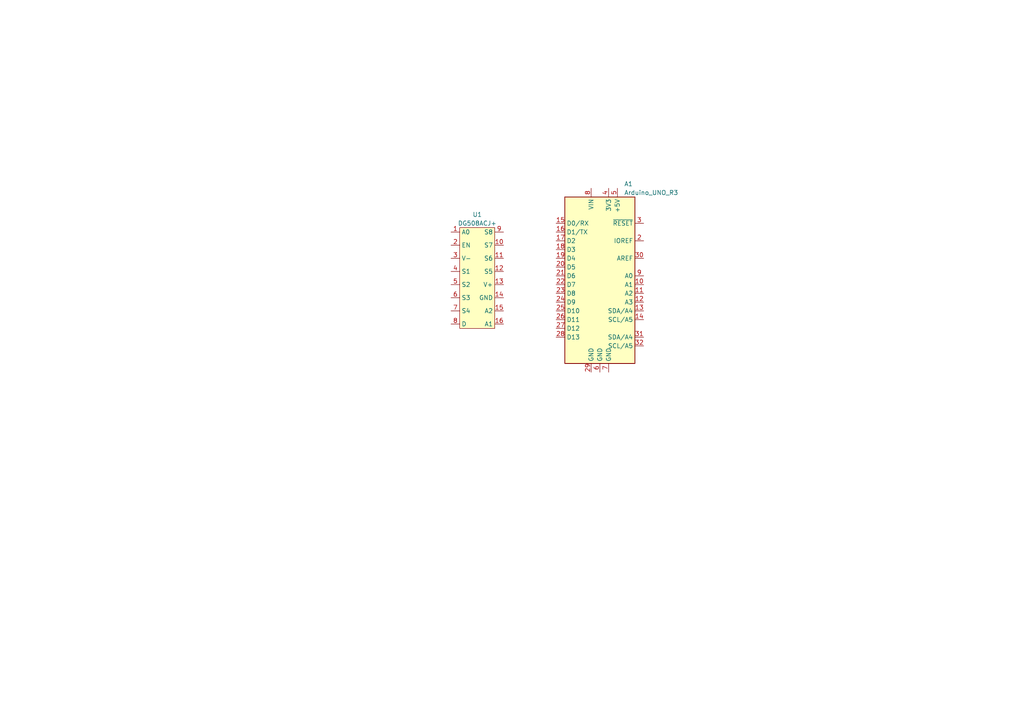
<source format=kicad_sch>
(kicad_sch (version 20230121) (generator eeschema)
  (paper "A4")
  (lib_symbols
    (symbol "MCU_Module:Arduino_UNO_R3"
      (property "Reference" "A" (at -10.16 23.495 0))
      (property "Value" "Arduino_UNO_R3" (at 5.08 -26.67 0))
      (symbol "Arduino_UNO_R3_0_1"
        (rectangle (start -10.16 22.86) (end 10.16 -25.4) (stroke (width 0.254)) (fill (type background)))
      )
      (symbol "Arduino_UNO_R3_1_1"
        (pin no_connect line (at -10.16 -20.32 0) (length 2.54) hide (name "NC") (number "1"))
        (pin bidirectional line (at 12.7 -2.54 180) (length 2.54) (name "A1") (number "10"))
        (pin bidirectional line (at 12.7 -5.08 180) (length 2.54) (name "A2") (number "11"))
        (pin bidirectional line (at 12.7 -7.62 180) (length 2.54) (name "A3") (number "12"))
        (pin bidirectional line (at 12.7 -10.16 180) (length 2.54) (name "SDA/A4") (number "13"))
        (pin bidirectional line (at 12.7 -12.7 180) (length 2.54) (name "SCL/A5") (number "14"))
        (pin bidirectional line (at -12.7 15.24 0) (length 2.54) (name "D0/RX") (number "15"))
        (pin bidirectional line (at -12.7 12.7 0) (length 2.54) (name "D1/TX") (number "16"))
        (pin bidirectional line (at -12.7 10.16 0) (length 2.54) (name "D2") (number "17"))
        (pin bidirectional line (at -12.7 7.62 0) (length 2.54) (name "D3") (number "18"))
        (pin bidirectional line (at -12.7 5.08 0) (length 2.54) (name "D4") (number "19"))
        (pin output line (at 12.7 10.16 180) (length 2.54) (name "IOREF") (number "2"))
        (pin bidirectional line (at -12.7 2.54 0) (length 2.54) (name "D5") (number "20"))
        (pin bidirectional line (at -12.7 0 0) (length 2.54) (name "D6") (number "21"))
        (pin bidirectional line (at -12.7 -2.54 0) (length 2.54) (name "D7") (number "22"))
        (pin bidirectional line (at -12.7 -5.08 0) (length 2.54) (name "D8") (number "23"))
        (pin bidirectional line (at -12.7 -7.62 0) (length 2.54) (name "D9") (number "24"))
        (pin bidirectional line (at -12.7 -10.16 0) (length 2.54) (name "D10") (number "25"))
        (pin bidirectional line (at -12.7 -12.7 0) (length 2.54) (name "D11") (number "26"))
        (pin bidirectional line (at -12.7 -15.24 0) (length 2.54) (name "D12") (number "27"))
        (pin bidirectional line (at -12.7 -17.78 0) (length 2.54) (name "D13") (number "28"))
        (pin power_in line (at -2.54 -27.94 90) (length 2.54) (name "GND") (number "29"))
        (pin input line (at 12.7 15.24 180) (length 2.54) (name "~{RESET}") (number "3"))
        (pin input line (at 12.7 5.08 180) (length 2.54) (name "AREF") (number "30"))
        (pin bidirectional line (at 12.7 -17.78 180) (length 2.54) (name "SDA/A4") (number "31"))
        (pin bidirectional line (at 12.7 -20.32 180) (length 2.54) (name "SCL/A5") (number "32"))
        (pin power_out line (at 2.54 25.4 270) (length 2.54) (name "3V3") (number "4"))
        (pin power_out line (at 5.08 25.4 270) (length 2.54) (name "+5V") (number "5"))
        (pin power_in line (at 0 -27.94 90) (length 2.54) (name "GND") (number "6"))
        (pin power_in line (at 2.54 -27.94 90) (length 2.54) (name "GND") (number "7"))
        (pin power_in line (at -2.54 25.4 270) (length 2.54) (name "VIN") (number "8"))
        (pin bidirectional line (at 12.7 0 180) (length 2.54) (name "A0") (number "9"))
      )
    )
    (symbol "PRMP ICs:DG508ACJ+"
      (property "Reference" "U" (at 0 -30.48 0))
      (property "Value" "DG508ACJ+" (at 0 1.27 0))
      (symbol "DG508ACJ+_0_0"
        (pin input line (at -7.62 -1.27 0) (length 2.54) (name "A0") (number "1"))
        (pin input line (at 7.62 -5.08 180) (length 2.54) (name "S7") (number "10"))
        (pin input line (at 7.62 -8.89 180) (length 2.54) (name "S6") (number "11"))
        (pin input line (at 7.62 -12.7 180) (length 2.54) (name "S5") (number "12"))
        (pin power_in line (at 7.62 -16.51 180) (length 2.54) (name "V+") (number "13"))
        (pin passive line (at 7.62 -20.32 180) (length 2.54) (name "GND") (number "14"))
        (pin input line (at 7.62 -24.13 180) (length 2.54) (name "A2") (number "15"))
        (pin input line (at 7.62 -27.94 180) (length 2.54) (name "A1") (number "16"))
        (pin input line (at -7.62 -5.08 0) (length 2.54) (name "EN") (number "2"))
        (pin power_in line (at -7.62 -8.89 0) (length 2.54) (name "V-") (number "3"))
        (pin input line (at -7.62 -12.7 0) (length 2.54) (name "S1") (number "4"))
        (pin input line (at -7.62 -16.51 0) (length 2.54) (name "S2") (number "5"))
        (pin input line (at -7.62 -20.32 0) (length 2.54) (name "S3") (number "6"))
        (pin input line (at -7.62 -24.13 0) (length 2.54) (name "S4") (number "7"))
        (pin output line (at -7.62 -27.94 0) (length 2.54) (name "D") (number "8"))
        (pin input line (at 7.62 -1.27 180) (length 2.54) (name "S8") (number "9"))
      )
      (symbol "DG508ACJ+_1_1"
        (rectangle (start -5.08 0) (end 5.08 -29.21) (fill (type background)))
      )
    )
  )
  (symbol (lib_id "PRMP ICs:DG508ACJ+") (at 138.43 66.04 0) (unit 1)
    (property "Reference" "U1" (at 138.43 62.23 0))
    (property "Value" "DG508ACJ+" (at 138.43 64.77 0))
  )
  (symbol (lib_id "MCU_Module:Arduino_UNO_R3") (at 173.99 80.01 0) (unit 1)
    (property "Reference" "A1" (at 181.0259 53.34 0) (effects (justify left)))
    (property "Value" "Arduino_UNO_R3" (at 181.0259 55.88 0) (effects (justify left)))
    (property "Footprint" "Module:Arduino_UNO_R3" (effects hide))
    (property "Datasheet" "https://www.arduino.cc/en/Main/arduinoBoardUno" (effects hide))
  )
)
</source>
